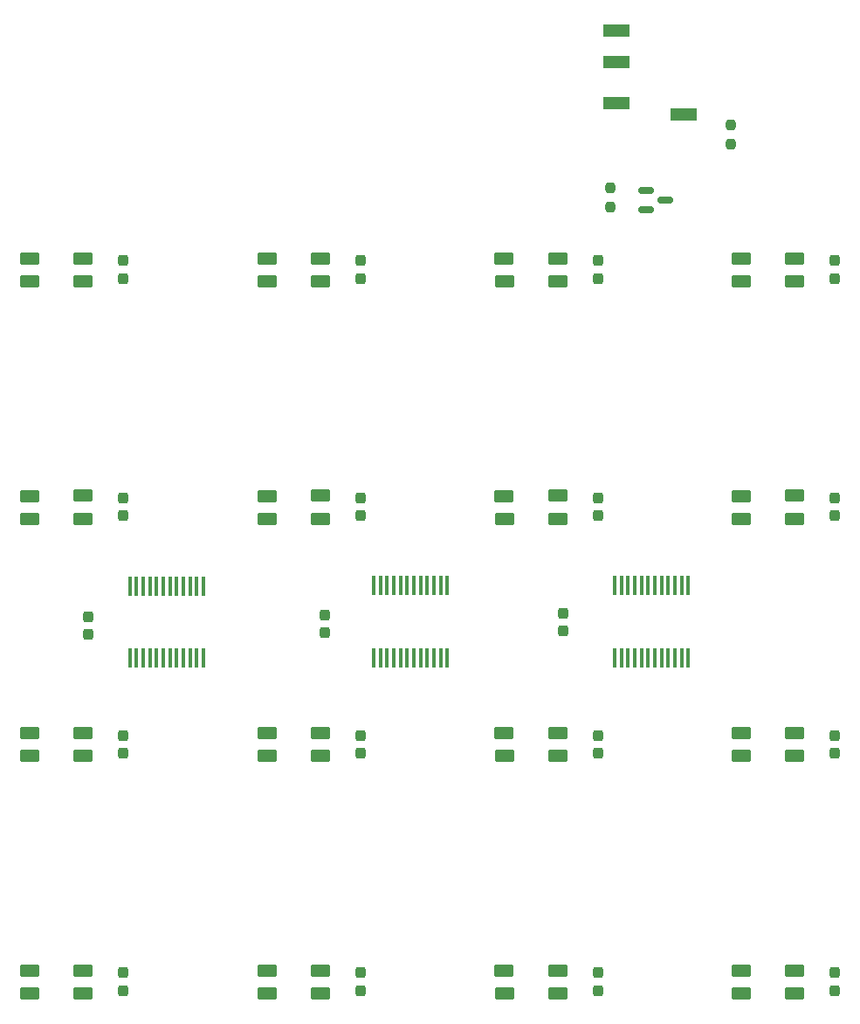
<source format=gbr>
%TF.GenerationSoftware,KiCad,Pcbnew,9.0.6*%
%TF.CreationDate,2025-12-05T21:30:17-05:00*%
%TF.ProjectId,PicoMIDIcontroller,5069636f-4d49-4444-9963-6f6e74726f6c,rev?*%
%TF.SameCoordinates,Original*%
%TF.FileFunction,Paste,Bot*%
%TF.FilePolarity,Positive*%
%FSLAX46Y46*%
G04 Gerber Fmt 4.6, Leading zero omitted, Abs format (unit mm)*
G04 Created by KiCad (PCBNEW 9.0.6) date 2025-12-05 21:30:17*
%MOMM*%
%LPD*%
G01*
G04 APERTURE LIST*
G04 Aperture macros list*
%AMRoundRect*
0 Rectangle with rounded corners*
0 $1 Rounding radius*
0 $2 $3 $4 $5 $6 $7 $8 $9 X,Y pos of 4 corners*
0 Add a 4 corners polygon primitive as box body*
4,1,4,$2,$3,$4,$5,$6,$7,$8,$9,$2,$3,0*
0 Add four circle primitives for the rounded corners*
1,1,$1+$1,$2,$3*
1,1,$1+$1,$4,$5*
1,1,$1+$1,$6,$7*
1,1,$1+$1,$8,$9*
0 Add four rect primitives between the rounded corners*
20,1,$1+$1,$2,$3,$4,$5,0*
20,1,$1+$1,$4,$5,$6,$7,0*
20,1,$1+$1,$6,$7,$8,$9,0*
20,1,$1+$1,$8,$9,$2,$3,0*%
G04 Aperture macros list end*
%ADD10R,2.500000X1.200000*%
%ADD11RoundRect,0.237500X-0.237500X0.250000X-0.237500X-0.250000X0.237500X-0.250000X0.237500X0.250000X0*%
%ADD12RoundRect,0.150000X-0.587500X-0.150000X0.587500X-0.150000X0.587500X0.150000X-0.587500X0.150000X0*%
%ADD13RoundRect,0.237500X0.237500X-0.300000X0.237500X0.300000X-0.237500X0.300000X-0.237500X-0.300000X0*%
%ADD14RoundRect,0.237500X-0.237500X0.300000X-0.237500X-0.300000X0.237500X-0.300000X0.237500X0.300000X0*%
%ADD15RoundRect,0.120000X-0.780000X-0.480000X0.780000X-0.480000X0.780000X0.480000X-0.780000X0.480000X0*%
%ADD16RoundRect,0.100000X0.100000X-0.850000X0.100000X0.850000X-0.100000X0.850000X-0.100000X-0.850000X0*%
%ADD17RoundRect,0.100000X-0.100000X0.850000X-0.100000X-0.850000X0.100000X-0.850000X0.100000X0.850000X0*%
G04 APERTURE END LIST*
D10*
%TO.C,J2*%
X102450000Y-54700000D03*
X108950000Y-55800000D03*
X102450000Y-47700000D03*
X102450000Y-50700000D03*
%TD*%
D11*
%TO.C,R3*%
X113525000Y-56850000D03*
X113525000Y-58675000D03*
%TD*%
%TO.C,R2*%
X101875000Y-62925000D03*
X101875000Y-64750000D03*
%TD*%
D12*
%TO.C,D19*%
X105325000Y-65075000D03*
X105325000Y-63175000D03*
X107200000Y-64125000D03*
%TD*%
D13*
%TO.C,C20*%
X97300000Y-105887500D03*
X97300000Y-104162500D03*
%TD*%
%TO.C,C19*%
X74125000Y-106062500D03*
X74125000Y-104337500D03*
%TD*%
%TO.C,C18*%
X51200000Y-106187500D03*
X51200000Y-104462500D03*
%TD*%
D14*
%TO.C,C3*%
X77625000Y-71712500D03*
X77625000Y-69987500D03*
%TD*%
%TO.C,C7*%
X77625000Y-94712500D03*
X77625000Y-92987500D03*
%TD*%
D15*
%TO.C,D6*%
X68565000Y-94980000D03*
X68555000Y-92780000D03*
X73745000Y-92770000D03*
X73745000Y-94990000D03*
%TD*%
%TO.C,D2*%
X68565000Y-71980000D03*
X68555000Y-69780000D03*
X73745000Y-69770000D03*
X73745000Y-71990000D03*
%TD*%
%TO.C,D16*%
X119745000Y-140990000D03*
X119745000Y-138770000D03*
X114555000Y-138780000D03*
X114565000Y-140980000D03*
%TD*%
%TO.C,D15*%
X96745000Y-140990000D03*
X96745000Y-138770000D03*
X91555000Y-138780000D03*
X91565000Y-140980000D03*
%TD*%
%TO.C,D14*%
X73745000Y-140990000D03*
X73745000Y-138770000D03*
X68555000Y-138780000D03*
X68565000Y-140980000D03*
%TD*%
%TO.C,D13*%
X50745000Y-140990000D03*
X50745000Y-138770000D03*
X45555000Y-138780000D03*
X45565000Y-140980000D03*
%TD*%
%TO.C,D12*%
X119745000Y-117990000D03*
X119745000Y-115770000D03*
X114555000Y-115780000D03*
X114565000Y-117980000D03*
%TD*%
%TO.C,D11*%
X96745000Y-117990000D03*
X96745000Y-115770000D03*
X91555000Y-115780000D03*
X91565000Y-117980000D03*
%TD*%
%TO.C,D10*%
X73745000Y-117990000D03*
X73745000Y-115770000D03*
X68555000Y-115780000D03*
X68565000Y-117980000D03*
%TD*%
%TO.C,D9*%
X50745000Y-117990000D03*
X50745000Y-115770000D03*
X45555000Y-115780000D03*
X45565000Y-117980000D03*
%TD*%
%TO.C,D8*%
X119745000Y-94990000D03*
X119745000Y-92770000D03*
X114555000Y-92780000D03*
X114565000Y-94980000D03*
%TD*%
%TO.C,D7*%
X96745000Y-94990000D03*
X96745000Y-92770000D03*
X91555000Y-92780000D03*
X91565000Y-94980000D03*
%TD*%
%TO.C,D5*%
X50745000Y-94990000D03*
X50745000Y-92770000D03*
X45555000Y-92780000D03*
X45565000Y-94980000D03*
%TD*%
%TO.C,D4*%
X119745000Y-71990000D03*
X119745000Y-69770000D03*
X114555000Y-69780000D03*
X114565000Y-71980000D03*
%TD*%
%TO.C,D3*%
X96745000Y-71990000D03*
X96745000Y-69770000D03*
X91555000Y-69780000D03*
X91565000Y-71980000D03*
%TD*%
%TO.C,D1*%
X50745000Y-71990000D03*
X50745000Y-69770000D03*
X45555000Y-69780000D03*
X45565000Y-71980000D03*
%TD*%
D16*
%TO.C,U3*%
X109425000Y-108475000D03*
X108775000Y-108475000D03*
X108125000Y-108475000D03*
X107475000Y-108475000D03*
X106825000Y-108475000D03*
X106175000Y-108475000D03*
X105525000Y-108475000D03*
X104875000Y-108475000D03*
X104225000Y-108475000D03*
X103575000Y-108475000D03*
X102925000Y-108475000D03*
X102275000Y-108475000D03*
X102275000Y-101475000D03*
X102925000Y-101475000D03*
X103575000Y-101475000D03*
X104225000Y-101475000D03*
X104875000Y-101475000D03*
X105525000Y-101475000D03*
X106175000Y-101475000D03*
X106825000Y-101475000D03*
X107475000Y-101475000D03*
X108125000Y-101475000D03*
X108775000Y-101475000D03*
X109425000Y-101475000D03*
%TD*%
%TO.C,U2*%
X86050000Y-108475000D03*
X85400000Y-108475000D03*
X84750000Y-108475000D03*
X84100000Y-108475000D03*
X83450000Y-108475000D03*
X82800000Y-108475000D03*
X82150000Y-108475000D03*
X81500000Y-108475000D03*
X80850000Y-108475000D03*
X80200000Y-108475000D03*
X79550000Y-108475000D03*
X78900000Y-108475000D03*
X78900000Y-101475000D03*
X79550000Y-101475000D03*
X80200000Y-101475000D03*
X80850000Y-101475000D03*
X81500000Y-101475000D03*
X82150000Y-101475000D03*
X82800000Y-101475000D03*
X83450000Y-101475000D03*
X84100000Y-101475000D03*
X84750000Y-101475000D03*
X85400000Y-101475000D03*
X86050000Y-101475000D03*
%TD*%
D17*
%TO.C,U1*%
X55250000Y-101500000D03*
X55900000Y-101500000D03*
X56550000Y-101500000D03*
X57200000Y-101500000D03*
X57850000Y-101500000D03*
X58500000Y-101500000D03*
X59150000Y-101500000D03*
X59800000Y-101500000D03*
X60450000Y-101500000D03*
X61100000Y-101500000D03*
X61750000Y-101500000D03*
X62400000Y-101500000D03*
X62400000Y-108500000D03*
X61750000Y-108500000D03*
X61100000Y-108500000D03*
X60450000Y-108500000D03*
X59800000Y-108500000D03*
X59150000Y-108500000D03*
X58500000Y-108500000D03*
X57850000Y-108500000D03*
X57200000Y-108500000D03*
X56550000Y-108500000D03*
X55900000Y-108500000D03*
X55250000Y-108500000D03*
%TD*%
D14*
%TO.C,C17*%
X123625000Y-138987500D03*
X123625000Y-140712500D03*
%TD*%
%TO.C,C16*%
X100625000Y-138987500D03*
X100625000Y-140712500D03*
%TD*%
%TO.C,C15*%
X77625000Y-138987500D03*
X77625000Y-140712500D03*
%TD*%
%TO.C,C14*%
X54625000Y-138987500D03*
X54625000Y-140712500D03*
%TD*%
%TO.C,C13*%
X123625000Y-115987500D03*
X123625000Y-117712500D03*
%TD*%
%TO.C,C12*%
X100625000Y-115987500D03*
X100625000Y-117712500D03*
%TD*%
%TO.C,C11*%
X77625000Y-115987500D03*
X77625000Y-117712500D03*
%TD*%
%TO.C,C10*%
X54625000Y-115987500D03*
X54625000Y-117712500D03*
%TD*%
%TO.C,C9*%
X123625000Y-92987500D03*
X123625000Y-94712500D03*
%TD*%
%TO.C,C8*%
X100625000Y-92987500D03*
X100625000Y-94712500D03*
%TD*%
%TO.C,C6*%
X54625000Y-92987500D03*
X54625000Y-94712500D03*
%TD*%
%TO.C,C5*%
X123625000Y-69987500D03*
X123625000Y-71712500D03*
%TD*%
%TO.C,C4*%
X100625000Y-69987500D03*
X100625000Y-71712500D03*
%TD*%
%TO.C,C2*%
X54625000Y-69987500D03*
X54625000Y-71712500D03*
%TD*%
M02*

</source>
